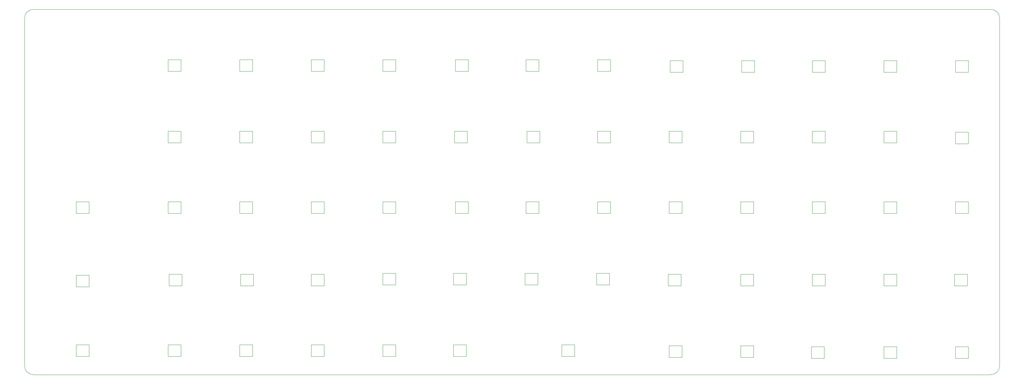
<source format=gbr>
%TF.GenerationSoftware,KiCad,Pcbnew,(5.1.6-0-10_14)*%
%TF.CreationDate,2021-11-22T17:38:10+01:00*%
%TF.ProjectId,Mech50-keyboard,4d656368-3530-42d6-9b65-79626f617264,rev?*%
%TF.SameCoordinates,Original*%
%TF.FileFunction,Profile,NP*%
%FSLAX46Y46*%
G04 Gerber Fmt 4.6, Leading zero omitted, Abs format (unit mm)*
G04 Created by KiCad (PCBNEW (5.1.6-0-10_14)) date 2021-11-22 17:38:10*
%MOMM*%
%LPD*%
G01*
G04 APERTURE LIST*
%TA.AperFunction,Profile*%
%ADD10C,0.100000*%
%TD*%
%TA.AperFunction,Profile*%
%ADD11C,0.120000*%
%TD*%
G04 APERTURE END LIST*
D10*
X306070000Y-145034000D02*
G75*
G02*
X303784000Y-147320000I-2286000J0D01*
G01*
X303784000Y-51308000D02*
G75*
G02*
X306070000Y-53594000I0J-2286000D01*
G01*
X52324000Y-147320000D02*
G75*
G02*
X50038000Y-145034000I0J2286000D01*
G01*
X50038000Y-53594000D02*
G75*
G02*
X52324000Y-51308000I2286000J0D01*
G01*
X50038000Y-145034000D02*
X50038000Y-53594000D01*
X303784000Y-147320000D02*
X52324000Y-147320000D01*
X306070000Y-53594000D02*
X306070000Y-145034000D01*
X52324000Y-51308000D02*
X303784000Y-51308000D01*
D11*
%TO.C,RGB-61*%
X294464000Y-139978000D02*
X294464000Y-142978000D01*
X294464000Y-142978000D02*
X297864000Y-142978000D01*
X297864000Y-142978000D02*
X297864000Y-139978000D01*
X297864000Y-139978000D02*
X294464000Y-139978000D01*
%TO.C,RGB-60*%
X275668000Y-139978000D02*
X275668000Y-142978000D01*
X275668000Y-142978000D02*
X279068000Y-142978000D01*
X279068000Y-142978000D02*
X279068000Y-139978000D01*
X279068000Y-139978000D02*
X275668000Y-139978000D01*
%TO.C,RGB-59*%
X256618000Y-139978000D02*
X256618000Y-142978000D01*
X256618000Y-142978000D02*
X260018000Y-142978000D01*
X260018000Y-142978000D02*
X260018000Y-139978000D01*
X260018000Y-139978000D02*
X256618000Y-139978000D01*
%TO.C,RGB-58*%
X238076000Y-139724000D02*
X238076000Y-142724000D01*
X238076000Y-142724000D02*
X241476000Y-142724000D01*
X241476000Y-142724000D02*
X241476000Y-139724000D01*
X241476000Y-139724000D02*
X238076000Y-139724000D01*
%TO.C,RGB-57*%
X219280000Y-139724000D02*
X219280000Y-142724000D01*
X219280000Y-142724000D02*
X222680000Y-142724000D01*
X222680000Y-142724000D02*
X222680000Y-139724000D01*
X222680000Y-139724000D02*
X219280000Y-139724000D01*
%TO.C,RGB-56*%
X191086000Y-139470000D02*
X191086000Y-142470000D01*
X191086000Y-142470000D02*
X194486000Y-142470000D01*
X194486000Y-142470000D02*
X194486000Y-139470000D01*
X194486000Y-139470000D02*
X191086000Y-139470000D01*
%TO.C,RGB-55*%
X162638000Y-139470000D02*
X162638000Y-142470000D01*
X162638000Y-142470000D02*
X166038000Y-142470000D01*
X166038000Y-142470000D02*
X166038000Y-139470000D01*
X166038000Y-139470000D02*
X162638000Y-139470000D01*
%TO.C,RGB-54*%
X144096000Y-139470000D02*
X144096000Y-142470000D01*
X144096000Y-142470000D02*
X147496000Y-142470000D01*
X147496000Y-142470000D02*
X147496000Y-139470000D01*
X147496000Y-139470000D02*
X144096000Y-139470000D01*
%TO.C,RGB-53*%
X125300000Y-139470000D02*
X125300000Y-142470000D01*
X125300000Y-142470000D02*
X128700000Y-142470000D01*
X128700000Y-142470000D02*
X128700000Y-139470000D01*
X128700000Y-139470000D02*
X125300000Y-139470000D01*
%TO.C,RGB-52*%
X106504000Y-139470000D02*
X106504000Y-142470000D01*
X106504000Y-142470000D02*
X109904000Y-142470000D01*
X109904000Y-142470000D02*
X109904000Y-139470000D01*
X109904000Y-139470000D02*
X106504000Y-139470000D01*
%TO.C,RGB-51*%
X87708000Y-139470000D02*
X87708000Y-142470000D01*
X87708000Y-142470000D02*
X91108000Y-142470000D01*
X91108000Y-142470000D02*
X91108000Y-139470000D01*
X91108000Y-139470000D02*
X87708000Y-139470000D01*
%TO.C,RGB-50*%
X63578000Y-139470000D02*
X63578000Y-142470000D01*
X63578000Y-142470000D02*
X66978000Y-142470000D01*
X66978000Y-142470000D02*
X66978000Y-139470000D01*
X66978000Y-139470000D02*
X63578000Y-139470000D01*
%TO.C,RGB-49*%
X66978000Y-124182000D02*
X66978000Y-121182000D01*
X66978000Y-121182000D02*
X63578000Y-121182000D01*
X63578000Y-121182000D02*
X63578000Y-124182000D01*
X63578000Y-124182000D02*
X66978000Y-124182000D01*
%TO.C,RGB-48*%
X91362000Y-123928000D02*
X91362000Y-120928000D01*
X91362000Y-120928000D02*
X87962000Y-120928000D01*
X87962000Y-120928000D02*
X87962000Y-123928000D01*
X87962000Y-123928000D02*
X91362000Y-123928000D01*
%TO.C,RGB-47*%
X110158000Y-123928000D02*
X110158000Y-120928000D01*
X110158000Y-120928000D02*
X106758000Y-120928000D01*
X106758000Y-120928000D02*
X106758000Y-123928000D01*
X106758000Y-123928000D02*
X110158000Y-123928000D01*
%TO.C,RGB-46*%
X128700000Y-123928000D02*
X128700000Y-120928000D01*
X128700000Y-120928000D02*
X125300000Y-120928000D01*
X125300000Y-120928000D02*
X125300000Y-123928000D01*
X125300000Y-123928000D02*
X128700000Y-123928000D01*
%TO.C,RGB-45*%
X147496000Y-123674000D02*
X147496000Y-120674000D01*
X147496000Y-120674000D02*
X144096000Y-120674000D01*
X144096000Y-120674000D02*
X144096000Y-123674000D01*
X144096000Y-123674000D02*
X147496000Y-123674000D01*
%TO.C,RGB-44*%
X166038000Y-123674000D02*
X166038000Y-120674000D01*
X166038000Y-120674000D02*
X162638000Y-120674000D01*
X162638000Y-120674000D02*
X162638000Y-123674000D01*
X162638000Y-123674000D02*
X166038000Y-123674000D01*
%TO.C,RGB-43*%
X184834000Y-123674000D02*
X184834000Y-120674000D01*
X184834000Y-120674000D02*
X181434000Y-120674000D01*
X181434000Y-120674000D02*
X181434000Y-123674000D01*
X181434000Y-123674000D02*
X184834000Y-123674000D01*
%TO.C,RGB-42*%
X203630000Y-123674000D02*
X203630000Y-120674000D01*
X203630000Y-120674000D02*
X200230000Y-120674000D01*
X200230000Y-120674000D02*
X200230000Y-123674000D01*
X200230000Y-123674000D02*
X203630000Y-123674000D01*
%TO.C,RGB-41*%
X222426000Y-123928000D02*
X222426000Y-120928000D01*
X222426000Y-120928000D02*
X219026000Y-120928000D01*
X219026000Y-120928000D02*
X219026000Y-123928000D01*
X219026000Y-123928000D02*
X222426000Y-123928000D01*
%TO.C,RGB-40*%
X241476000Y-123928000D02*
X241476000Y-120928000D01*
X241476000Y-120928000D02*
X238076000Y-120928000D01*
X238076000Y-120928000D02*
X238076000Y-123928000D01*
X238076000Y-123928000D02*
X241476000Y-123928000D01*
%TO.C,RGB-39*%
X260272000Y-123928000D02*
X260272000Y-120928000D01*
X260272000Y-120928000D02*
X256872000Y-120928000D01*
X256872000Y-120928000D02*
X256872000Y-123928000D01*
X256872000Y-123928000D02*
X260272000Y-123928000D01*
%TO.C,RGB-38*%
X279068000Y-123928000D02*
X279068000Y-120928000D01*
X279068000Y-120928000D02*
X275668000Y-120928000D01*
X275668000Y-120928000D02*
X275668000Y-123928000D01*
X275668000Y-123928000D02*
X279068000Y-123928000D01*
%TO.C,RGB-37*%
X297610000Y-123928000D02*
X297610000Y-120928000D01*
X297610000Y-120928000D02*
X294210000Y-120928000D01*
X294210000Y-120928000D02*
X294210000Y-123928000D01*
X294210000Y-123928000D02*
X297610000Y-123928000D01*
%TO.C,RGB-36*%
X294464000Y-101878000D02*
X294464000Y-104878000D01*
X294464000Y-104878000D02*
X297864000Y-104878000D01*
X297864000Y-104878000D02*
X297864000Y-101878000D01*
X297864000Y-101878000D02*
X294464000Y-101878000D01*
%TO.C,RGB-35*%
X275668000Y-101878000D02*
X275668000Y-104878000D01*
X275668000Y-104878000D02*
X279068000Y-104878000D01*
X279068000Y-104878000D02*
X279068000Y-101878000D01*
X279068000Y-101878000D02*
X275668000Y-101878000D01*
%TO.C,RGB-34*%
X256872000Y-101878000D02*
X256872000Y-104878000D01*
X256872000Y-104878000D02*
X260272000Y-104878000D01*
X260272000Y-104878000D02*
X260272000Y-101878000D01*
X260272000Y-101878000D02*
X256872000Y-101878000D01*
%TO.C,RGB-33*%
X238076000Y-101878000D02*
X238076000Y-104878000D01*
X238076000Y-104878000D02*
X241476000Y-104878000D01*
X241476000Y-104878000D02*
X241476000Y-101878000D01*
X241476000Y-101878000D02*
X238076000Y-101878000D01*
%TO.C,RGB-32*%
X219280000Y-101878000D02*
X219280000Y-104878000D01*
X219280000Y-104878000D02*
X222680000Y-104878000D01*
X222680000Y-104878000D02*
X222680000Y-101878000D01*
X222680000Y-101878000D02*
X219280000Y-101878000D01*
%TO.C,RGB-31*%
X200484000Y-101878000D02*
X200484000Y-104878000D01*
X200484000Y-104878000D02*
X203884000Y-104878000D01*
X203884000Y-104878000D02*
X203884000Y-101878000D01*
X203884000Y-101878000D02*
X200484000Y-101878000D01*
%TO.C,RGB-30*%
X181688000Y-101878000D02*
X181688000Y-104878000D01*
X181688000Y-104878000D02*
X185088000Y-104878000D01*
X185088000Y-104878000D02*
X185088000Y-101878000D01*
X185088000Y-101878000D02*
X181688000Y-101878000D01*
%TO.C,RGB-29*%
X163146000Y-101878000D02*
X163146000Y-104878000D01*
X163146000Y-104878000D02*
X166546000Y-104878000D01*
X166546000Y-104878000D02*
X166546000Y-101878000D01*
X166546000Y-101878000D02*
X163146000Y-101878000D01*
%TO.C,RGB-28*%
X144096000Y-101878000D02*
X144096000Y-104878000D01*
X144096000Y-104878000D02*
X147496000Y-104878000D01*
X147496000Y-104878000D02*
X147496000Y-101878000D01*
X147496000Y-101878000D02*
X144096000Y-101878000D01*
%TO.C,RGB-27*%
X125300000Y-101878000D02*
X125300000Y-104878000D01*
X125300000Y-104878000D02*
X128700000Y-104878000D01*
X128700000Y-104878000D02*
X128700000Y-101878000D01*
X128700000Y-101878000D02*
X125300000Y-101878000D01*
%TO.C,RGB-26*%
X106504000Y-101878000D02*
X106504000Y-104878000D01*
X106504000Y-104878000D02*
X109904000Y-104878000D01*
X109904000Y-104878000D02*
X109904000Y-101878000D01*
X109904000Y-101878000D02*
X106504000Y-101878000D01*
%TO.C,RGB-25*%
X87708000Y-101878000D02*
X87708000Y-104878000D01*
X87708000Y-104878000D02*
X91108000Y-104878000D01*
X91108000Y-104878000D02*
X91108000Y-101878000D01*
X91108000Y-101878000D02*
X87708000Y-101878000D01*
%TO.C,RGB-24*%
X63578000Y-101878000D02*
X63578000Y-104878000D01*
X63578000Y-104878000D02*
X66978000Y-104878000D01*
X66978000Y-104878000D02*
X66978000Y-101878000D01*
X66978000Y-101878000D02*
X63578000Y-101878000D01*
%TO.C,RGB-23*%
X91108000Y-86336000D02*
X91108000Y-83336000D01*
X91108000Y-83336000D02*
X87708000Y-83336000D01*
X87708000Y-83336000D02*
X87708000Y-86336000D01*
X87708000Y-86336000D02*
X91108000Y-86336000D01*
%TO.C,RGB-22*%
X109904000Y-86336000D02*
X109904000Y-83336000D01*
X109904000Y-83336000D02*
X106504000Y-83336000D01*
X106504000Y-83336000D02*
X106504000Y-86336000D01*
X106504000Y-86336000D02*
X109904000Y-86336000D01*
%TO.C,RGB-21*%
X128700000Y-86336000D02*
X128700000Y-83336000D01*
X128700000Y-83336000D02*
X125300000Y-83336000D01*
X125300000Y-83336000D02*
X125300000Y-86336000D01*
X125300000Y-86336000D02*
X128700000Y-86336000D01*
%TO.C,RGB-20*%
X147496000Y-86336000D02*
X147496000Y-83336000D01*
X147496000Y-83336000D02*
X144096000Y-83336000D01*
X144096000Y-83336000D02*
X144096000Y-86336000D01*
X144096000Y-86336000D02*
X147496000Y-86336000D01*
%TO.C,RGB-19*%
X166292000Y-86336000D02*
X166292000Y-83336000D01*
X166292000Y-83336000D02*
X162892000Y-83336000D01*
X162892000Y-83336000D02*
X162892000Y-86336000D01*
X162892000Y-86336000D02*
X166292000Y-86336000D01*
%TO.C,RGB-18*%
X185342000Y-86336000D02*
X185342000Y-83336000D01*
X185342000Y-83336000D02*
X181942000Y-83336000D01*
X181942000Y-83336000D02*
X181942000Y-86336000D01*
X181942000Y-86336000D02*
X185342000Y-86336000D01*
%TO.C,RGB-17*%
X203884000Y-86336000D02*
X203884000Y-83336000D01*
X203884000Y-83336000D02*
X200484000Y-83336000D01*
X200484000Y-83336000D02*
X200484000Y-86336000D01*
X200484000Y-86336000D02*
X203884000Y-86336000D01*
%TO.C,RGB-16*%
X222680000Y-86336000D02*
X222680000Y-83336000D01*
X222680000Y-83336000D02*
X219280000Y-83336000D01*
X219280000Y-83336000D02*
X219280000Y-86336000D01*
X219280000Y-86336000D02*
X222680000Y-86336000D01*
%TO.C,RGB-15*%
X241476000Y-86336000D02*
X241476000Y-83336000D01*
X241476000Y-83336000D02*
X238076000Y-83336000D01*
X238076000Y-83336000D02*
X238076000Y-86336000D01*
X238076000Y-86336000D02*
X241476000Y-86336000D01*
%TO.C,RGB-14*%
X260272000Y-86336000D02*
X260272000Y-83336000D01*
X260272000Y-83336000D02*
X256872000Y-83336000D01*
X256872000Y-83336000D02*
X256872000Y-86336000D01*
X256872000Y-86336000D02*
X260272000Y-86336000D01*
%TO.C,RGB-13*%
X279068000Y-86336000D02*
X279068000Y-83336000D01*
X279068000Y-83336000D02*
X275668000Y-83336000D01*
X275668000Y-83336000D02*
X275668000Y-86336000D01*
X275668000Y-86336000D02*
X279068000Y-86336000D01*
%TO.C,RGB-12*%
X297864000Y-86590000D02*
X297864000Y-83590000D01*
X297864000Y-83590000D02*
X294464000Y-83590000D01*
X294464000Y-83590000D02*
X294464000Y-86590000D01*
X294464000Y-86590000D02*
X297864000Y-86590000D01*
%TO.C,RGB-0*%
X87708000Y-64540000D02*
X87708000Y-67540000D01*
X87708000Y-67540000D02*
X91108000Y-67540000D01*
X91108000Y-67540000D02*
X91108000Y-64540000D01*
X91108000Y-64540000D02*
X87708000Y-64540000D01*
%TO.C,RGB-11*%
X294464000Y-64794000D02*
X294464000Y-67794000D01*
X294464000Y-67794000D02*
X297864000Y-67794000D01*
X297864000Y-67794000D02*
X297864000Y-64794000D01*
X297864000Y-64794000D02*
X294464000Y-64794000D01*
%TO.C,RGB-2*%
X125300000Y-64540000D02*
X125300000Y-67540000D01*
X125300000Y-67540000D02*
X128700000Y-67540000D01*
X128700000Y-67540000D02*
X128700000Y-64540000D01*
X128700000Y-64540000D02*
X125300000Y-64540000D01*
%TO.C,RGB-10*%
X275668000Y-64794000D02*
X275668000Y-67794000D01*
X275668000Y-67794000D02*
X279068000Y-67794000D01*
X279068000Y-67794000D02*
X279068000Y-64794000D01*
X279068000Y-64794000D02*
X275668000Y-64794000D01*
%TO.C,RGB-9*%
X256872000Y-64794000D02*
X256872000Y-67794000D01*
X256872000Y-67794000D02*
X260272000Y-67794000D01*
X260272000Y-67794000D02*
X260272000Y-64794000D01*
X260272000Y-64794000D02*
X256872000Y-64794000D01*
%TO.C,RGB-8*%
X238330000Y-64794000D02*
X238330000Y-67794000D01*
X238330000Y-67794000D02*
X241730000Y-67794000D01*
X241730000Y-67794000D02*
X241730000Y-64794000D01*
X241730000Y-64794000D02*
X238330000Y-64794000D01*
%TO.C,RGB-7*%
X219534000Y-64794000D02*
X219534000Y-67794000D01*
X219534000Y-67794000D02*
X222934000Y-67794000D01*
X222934000Y-67794000D02*
X222934000Y-64794000D01*
X222934000Y-64794000D02*
X219534000Y-64794000D01*
%TO.C,RGB-6*%
X200484000Y-64540000D02*
X200484000Y-67540000D01*
X200484000Y-67540000D02*
X203884000Y-67540000D01*
X203884000Y-67540000D02*
X203884000Y-64540000D01*
X203884000Y-64540000D02*
X200484000Y-64540000D01*
%TO.C,RGB-5*%
X181688000Y-64540000D02*
X181688000Y-67540000D01*
X181688000Y-67540000D02*
X185088000Y-67540000D01*
X185088000Y-67540000D02*
X185088000Y-64540000D01*
X185088000Y-64540000D02*
X181688000Y-64540000D01*
%TO.C,RGB-4*%
X163146000Y-64540000D02*
X163146000Y-67540000D01*
X163146000Y-67540000D02*
X166546000Y-67540000D01*
X166546000Y-67540000D02*
X166546000Y-64540000D01*
X166546000Y-64540000D02*
X163146000Y-64540000D01*
%TO.C,RGB-3*%
X144096000Y-64540000D02*
X144096000Y-67540000D01*
X144096000Y-67540000D02*
X147496000Y-67540000D01*
X147496000Y-67540000D02*
X147496000Y-64540000D01*
X147496000Y-64540000D02*
X144096000Y-64540000D01*
%TO.C,RGB-1*%
X106504000Y-64540000D02*
X106504000Y-67540000D01*
X106504000Y-67540000D02*
X109904000Y-67540000D01*
X109904000Y-67540000D02*
X109904000Y-64540000D01*
X109904000Y-64540000D02*
X106504000Y-64540000D01*
%TD*%
M02*

</source>
